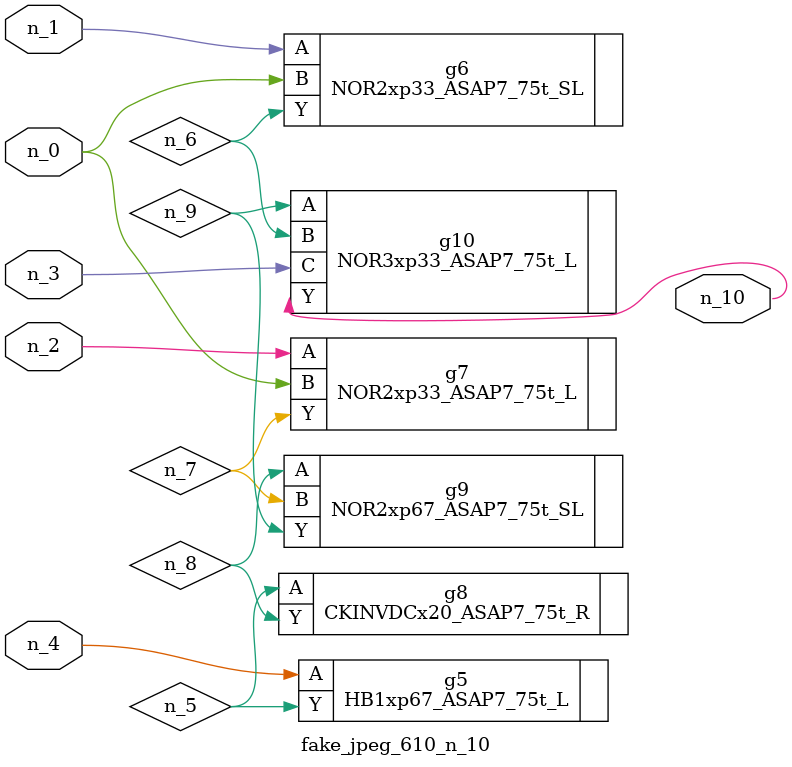
<source format=v>
module fake_jpeg_610_n_10 (n_3, n_2, n_1, n_0, n_4, n_10);

input n_3;
input n_2;
input n_1;
input n_0;
input n_4;

output n_10;

wire n_8;
wire n_9;
wire n_6;
wire n_5;
wire n_7;

HB1xp67_ASAP7_75t_L g5 ( 
.A(n_4),
.Y(n_5)
);

NOR2xp33_ASAP7_75t_SL g6 ( 
.A(n_1),
.B(n_0),
.Y(n_6)
);

NOR2xp33_ASAP7_75t_L g7 ( 
.A(n_2),
.B(n_0),
.Y(n_7)
);

CKINVDCx20_ASAP7_75t_R g8 ( 
.A(n_5),
.Y(n_8)
);

NOR2xp67_ASAP7_75t_SL g9 ( 
.A(n_8),
.B(n_7),
.Y(n_9)
);

NOR3xp33_ASAP7_75t_L g10 ( 
.A(n_9),
.B(n_6),
.C(n_3),
.Y(n_10)
);


endmodule
</source>
